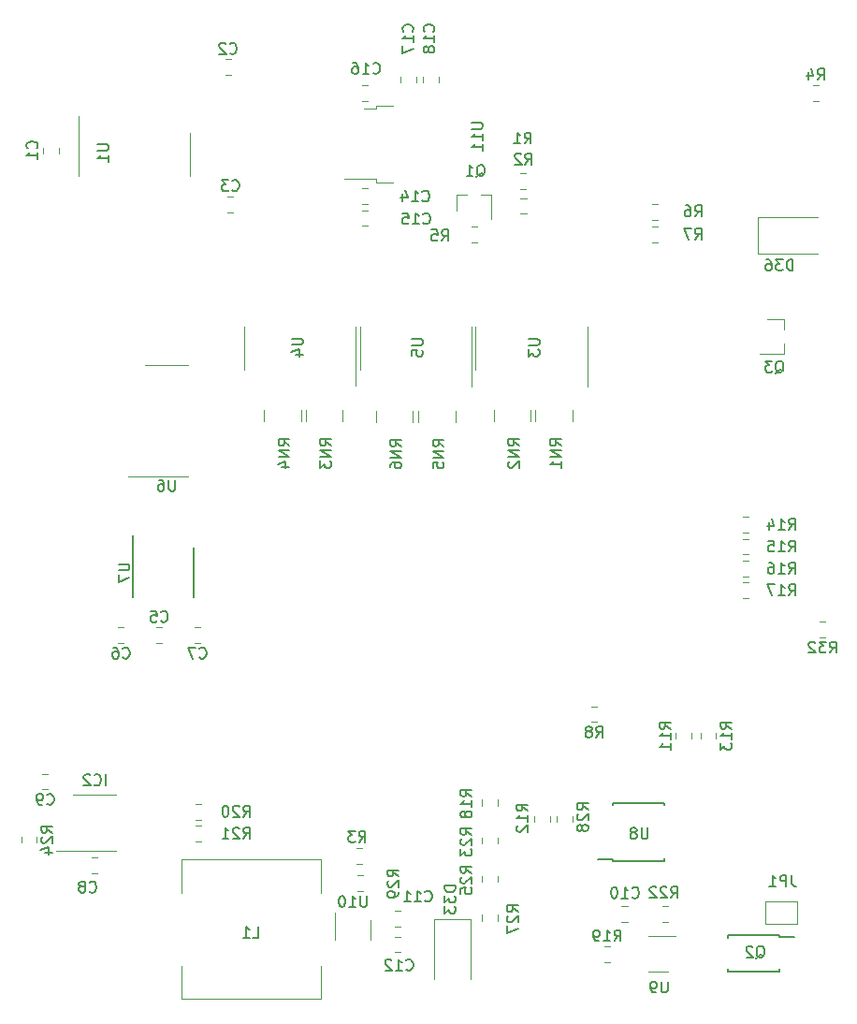
<source format=gbr>
G04 #@! TF.GenerationSoftware,KiCad,Pcbnew,(5.1.6)-1*
G04 #@! TF.CreationDate,2020-07-20T23:37:44+02:00*
G04 #@! TF.ProjectId,TrackRay_H02,54726163-6b52-4617-995f-4830322e6b69,rev?*
G04 #@! TF.SameCoordinates,Original*
G04 #@! TF.FileFunction,Legend,Bot*
G04 #@! TF.FilePolarity,Positive*
%FSLAX46Y46*%
G04 Gerber Fmt 4.6, Leading zero omitted, Abs format (unit mm)*
G04 Created by KiCad (PCBNEW (5.1.6)-1) date 2020-07-20 23:37:44*
%MOMM*%
%LPD*%
G01*
G04 APERTURE LIST*
%ADD10C,0.120000*%
%ADD11C,0.150000*%
G04 APERTURE END LIST*
D10*
X74458578Y-11610000D02*
X73941422Y-11610000D01*
X74458578Y-10190000D02*
X73941422Y-10190000D01*
D11*
X55866400Y-80224000D02*
X54516400Y-80224000D01*
X55866400Y-75099000D02*
X60516400Y-75099000D01*
X55866400Y-80349000D02*
X60516400Y-80349000D01*
X55866400Y-75099000D02*
X55866400Y-75324000D01*
X60516400Y-75099000D02*
X60516400Y-75324000D01*
X60516400Y-80349000D02*
X60516400Y-80124000D01*
X55866400Y-80349000D02*
X55866400Y-80224000D01*
D10*
X43968600Y-75340978D02*
X43968600Y-74823822D01*
X45388600Y-75340978D02*
X45388600Y-74823822D01*
X69000000Y-25450000D02*
X74400000Y-25450000D01*
X69000000Y-22150000D02*
X74400000Y-22150000D01*
X69000000Y-25450000D02*
X69000000Y-22150000D01*
X32641422Y-79190000D02*
X33158578Y-79190000D01*
X32641422Y-80610000D02*
X33158578Y-80610000D01*
X74566422Y-58715000D02*
X75083578Y-58715000D01*
X74566422Y-60135000D02*
X75083578Y-60135000D01*
X34405000Y-12320000D02*
X33305000Y-12320000D01*
X34405000Y-12050000D02*
X34405000Y-12320000D01*
X35905000Y-12050000D02*
X34405000Y-12050000D01*
X34405000Y-18680000D02*
X31575000Y-18680000D01*
X34405000Y-18950000D02*
X34405000Y-18680000D01*
X35905000Y-18950000D02*
X34405000Y-18950000D01*
X72475000Y-84025000D02*
X69675000Y-84025000D01*
X69675000Y-84025000D02*
X69675000Y-86025000D01*
X69675000Y-86025000D02*
X72475000Y-86025000D01*
X72475000Y-86025000D02*
X72475000Y-84025000D01*
X36139622Y-84888000D02*
X36656778Y-84888000D01*
X36139622Y-86308000D02*
X36656778Y-86308000D01*
X36114222Y-87199400D02*
X36631378Y-87199400D01*
X36114222Y-88619400D02*
X36631378Y-88619400D01*
X2287200Y-78693778D02*
X2287200Y-78176622D01*
X3707200Y-78693778D02*
X3707200Y-78176622D01*
X60837578Y-85876200D02*
X60320422Y-85876200D01*
X60837578Y-84456200D02*
X60320422Y-84456200D01*
X55579778Y-89508400D02*
X55062622Y-89508400D01*
X55579778Y-88088400D02*
X55062622Y-88088400D01*
X71305200Y-31353600D02*
X69845200Y-31353600D01*
X71305200Y-34513600D02*
X69145200Y-34513600D01*
X71305200Y-34513600D02*
X71305200Y-33583600D01*
X71305200Y-31353600D02*
X71305200Y-32283600D01*
X29388600Y-92837800D02*
X29388600Y-89837800D01*
X16788600Y-92837800D02*
X29388600Y-92837800D01*
X16788600Y-89837800D02*
X16788600Y-92837800D01*
X16788600Y-80237800D02*
X16788600Y-83237800D01*
X29388600Y-80237800D02*
X16788600Y-80237800D01*
X29388600Y-83237800D02*
X29388600Y-80237800D01*
X30724200Y-87488600D02*
X30724200Y-85038600D01*
X33944200Y-85688600D02*
X33944200Y-87488600D01*
X59069400Y-87137600D02*
X61519400Y-87137600D01*
X60869400Y-90357600D02*
X59069400Y-90357600D01*
D11*
X12364200Y-50879400D02*
X12364200Y-56504400D01*
X17914200Y-52004400D02*
X17914200Y-56504400D01*
D10*
X15468600Y-45598400D02*
X12018600Y-45598400D01*
X15468600Y-45598400D02*
X17418600Y-45598400D01*
X15468600Y-35478400D02*
X13518600Y-35478400D01*
X15468600Y-35478400D02*
X17418600Y-35478400D01*
X32938400Y-33959800D02*
X32938400Y-32009800D01*
X32938400Y-33959800D02*
X32938400Y-35909800D01*
X43058400Y-33959800D02*
X43058400Y-32009800D01*
X43058400Y-33959800D02*
X43058400Y-37409800D01*
X22448200Y-33948600D02*
X22448200Y-31998600D01*
X22448200Y-33948600D02*
X22448200Y-35898600D01*
X32568200Y-33948600D02*
X32568200Y-31998600D01*
X32568200Y-33948600D02*
X32568200Y-37398600D01*
X43403200Y-33959800D02*
X43403200Y-32009800D01*
X43403200Y-33959800D02*
X43403200Y-35909800D01*
X53523200Y-33959800D02*
X53523200Y-32009800D01*
X53523200Y-33959800D02*
X53523200Y-37409800D01*
X7462200Y-16433800D02*
X7462200Y-12983800D01*
X7462200Y-16433800D02*
X7462200Y-18383800D01*
X17582200Y-16433800D02*
X17582200Y-14483800D01*
X17582200Y-16433800D02*
X17582200Y-18383800D01*
X34388000Y-39632000D02*
X34388000Y-40632000D01*
X37748000Y-39632000D02*
X37748000Y-40632000D01*
X38223400Y-39632000D02*
X38223400Y-40632000D01*
X41583400Y-39632000D02*
X41583400Y-40632000D01*
X24253400Y-39581200D02*
X24253400Y-40581200D01*
X27613400Y-39581200D02*
X27613400Y-40581200D01*
X28038000Y-39581200D02*
X28038000Y-40581200D01*
X31398000Y-39581200D02*
X31398000Y-40581200D01*
X45056000Y-39581200D02*
X45056000Y-40581200D01*
X48416000Y-39581200D02*
X48416000Y-40581200D01*
X48840600Y-39581200D02*
X48840600Y-40581200D01*
X52200600Y-39581200D02*
X52200600Y-40581200D01*
X33202378Y-83082200D02*
X32685222Y-83082200D01*
X33202378Y-81662200D02*
X32685222Y-81662200D01*
X48743800Y-76791078D02*
X48743800Y-76273922D01*
X50163800Y-76791078D02*
X50163800Y-76273922D01*
X43968600Y-85756278D02*
X43968600Y-85239122D01*
X45388600Y-85756278D02*
X45388600Y-85239122D01*
X43968600Y-82249778D02*
X43968600Y-81732622D01*
X45388600Y-82249778D02*
X45388600Y-81732622D01*
X43968600Y-78795378D02*
X43968600Y-78278222D01*
X45388600Y-78795378D02*
X45388600Y-78278222D01*
X18052522Y-77166400D02*
X18569678Y-77166400D01*
X18052522Y-78586400D02*
X18569678Y-78586400D01*
X18052522Y-75210600D02*
X18569678Y-75210600D01*
X18052522Y-76630600D02*
X18569678Y-76630600D01*
X68152778Y-56590000D02*
X67635622Y-56590000D01*
X68152778Y-55170000D02*
X67635622Y-55170000D01*
X68152778Y-54608800D02*
X67635622Y-54608800D01*
X68152778Y-53188800D02*
X67635622Y-53188800D01*
X68152778Y-52627600D02*
X67635622Y-52627600D01*
X68152778Y-51207600D02*
X67635622Y-51207600D01*
X68152778Y-50646400D02*
X67635622Y-50646400D01*
X68152778Y-49226400D02*
X67635622Y-49226400D01*
X63755200Y-69298078D02*
X63755200Y-68780922D01*
X65175200Y-69298078D02*
X65175200Y-68780922D01*
X52170400Y-76273922D02*
X52170400Y-76791078D01*
X50750400Y-76273922D02*
X50750400Y-76791078D01*
X62965400Y-68778622D02*
X62965400Y-69295778D01*
X61545400Y-68778622D02*
X61545400Y-69295778D01*
X53896522Y-66371400D02*
X54413678Y-66371400D01*
X53896522Y-67791400D02*
X54413678Y-67791400D01*
X59903978Y-24378000D02*
X59386822Y-24378000D01*
X59903978Y-22958000D02*
X59386822Y-22958000D01*
X59903978Y-22371400D02*
X59386822Y-22371400D01*
X59903978Y-20951400D02*
X59386822Y-20951400D01*
X43025322Y-22988200D02*
X43542478Y-22988200D01*
X43025322Y-24408200D02*
X43542478Y-24408200D01*
X48010578Y-21817400D02*
X47493422Y-21817400D01*
X48010578Y-20397400D02*
X47493422Y-20397400D01*
X47972478Y-19569500D02*
X47455322Y-19569500D01*
X47972478Y-18149500D02*
X47455322Y-18149500D01*
D11*
X70905000Y-87197200D02*
X72255000Y-87197200D01*
X70905000Y-90347200D02*
X66255000Y-90347200D01*
X70905000Y-87097200D02*
X66255000Y-87097200D01*
X70905000Y-90347200D02*
X70905000Y-90147200D01*
X66255000Y-90347200D02*
X66255000Y-90147200D01*
X66255000Y-87097200D02*
X66255000Y-87297200D01*
X70905000Y-87097200D02*
X70905000Y-87197200D01*
D10*
X41701600Y-20093400D02*
X41701600Y-21553400D01*
X44861600Y-20093400D02*
X44861600Y-22253400D01*
X44861600Y-20093400D02*
X43931600Y-20093400D01*
X41701600Y-20093400D02*
X42631600Y-20093400D01*
X8940800Y-79471200D02*
X5490800Y-79471200D01*
X8940800Y-79471200D02*
X10890800Y-79471200D01*
X8940800Y-74351200D02*
X6990800Y-74351200D01*
X8940800Y-74351200D02*
X10890800Y-74351200D01*
X39650000Y-85600000D02*
X39650000Y-91000000D01*
X42950000Y-85600000D02*
X42950000Y-91000000D01*
X39650000Y-85600000D02*
X42950000Y-85600000D01*
X40054600Y-9444222D02*
X40054600Y-9961378D01*
X38634600Y-9444222D02*
X38634600Y-9961378D01*
X38048000Y-9444222D02*
X38048000Y-9961378D01*
X36628000Y-9444222D02*
X36628000Y-9961378D01*
X33142422Y-10186600D02*
X33659578Y-10186600D01*
X33142422Y-11606600D02*
X33659578Y-11606600D01*
X33142422Y-21489600D02*
X33659578Y-21489600D01*
X33142422Y-22909600D02*
X33659578Y-22909600D01*
X33142422Y-19483000D02*
X33659578Y-19483000D01*
X33142422Y-20903000D02*
X33659578Y-20903000D01*
X56637422Y-84456200D02*
X57154578Y-84456200D01*
X56637422Y-85876200D02*
X57154578Y-85876200D01*
X4211822Y-72467400D02*
X4728978Y-72467400D01*
X4211822Y-73887400D02*
X4728978Y-73887400D01*
X9173978Y-81456600D02*
X8656822Y-81456600D01*
X9173978Y-80036600D02*
X8656822Y-80036600D01*
X18006322Y-59234000D02*
X18523478Y-59234000D01*
X18006322Y-60654000D02*
X18523478Y-60654000D01*
X11069822Y-59234000D02*
X11586978Y-59234000D01*
X11069822Y-60654000D02*
X11586978Y-60654000D01*
X15041378Y-60654000D02*
X14524222Y-60654000D01*
X15041378Y-59234000D02*
X14524222Y-59234000D01*
X21492978Y-21665000D02*
X20975822Y-21665000D01*
X21492978Y-20245000D02*
X20975822Y-20245000D01*
X21264378Y-9269800D02*
X20747222Y-9269800D01*
X21264378Y-7849800D02*
X20747222Y-7849800D01*
X4315000Y-16333578D02*
X4315000Y-15816422D01*
X5735000Y-16333578D02*
X5735000Y-15816422D01*
D11*
X74366666Y-9702380D02*
X74700000Y-9226190D01*
X74938095Y-9702380D02*
X74938095Y-8702380D01*
X74557142Y-8702380D01*
X74461904Y-8750000D01*
X74414285Y-8797619D01*
X74366666Y-8892857D01*
X74366666Y-9035714D01*
X74414285Y-9130952D01*
X74461904Y-9178571D01*
X74557142Y-9226190D01*
X74938095Y-9226190D01*
X73509523Y-9035714D02*
X73509523Y-9702380D01*
X73747619Y-8654761D02*
X73985714Y-9369047D01*
X73366666Y-9369047D01*
X59004104Y-77354180D02*
X59004104Y-78163704D01*
X58956485Y-78258942D01*
X58908866Y-78306561D01*
X58813628Y-78354180D01*
X58623152Y-78354180D01*
X58527914Y-78306561D01*
X58480295Y-78258942D01*
X58432676Y-78163704D01*
X58432676Y-77354180D01*
X57813628Y-77782752D02*
X57908866Y-77735133D01*
X57956485Y-77687514D01*
X58004104Y-77592276D01*
X58004104Y-77544657D01*
X57956485Y-77449419D01*
X57908866Y-77401800D01*
X57813628Y-77354180D01*
X57623152Y-77354180D01*
X57527914Y-77401800D01*
X57480295Y-77449419D01*
X57432676Y-77544657D01*
X57432676Y-77592276D01*
X57480295Y-77687514D01*
X57527914Y-77735133D01*
X57623152Y-77782752D01*
X57813628Y-77782752D01*
X57908866Y-77830371D01*
X57956485Y-77877990D01*
X58004104Y-77973228D01*
X58004104Y-78163704D01*
X57956485Y-78258942D01*
X57908866Y-78306561D01*
X57813628Y-78354180D01*
X57623152Y-78354180D01*
X57527914Y-78306561D01*
X57480295Y-78258942D01*
X57432676Y-78163704D01*
X57432676Y-77973228D01*
X57480295Y-77877990D01*
X57527914Y-77830371D01*
X57623152Y-77782752D01*
X43059880Y-74528442D02*
X42583690Y-74195109D01*
X43059880Y-73957014D02*
X42059880Y-73957014D01*
X42059880Y-74337966D01*
X42107500Y-74433204D01*
X42155119Y-74480823D01*
X42250357Y-74528442D01*
X42393214Y-74528442D01*
X42488452Y-74480823D01*
X42536071Y-74433204D01*
X42583690Y-74337966D01*
X42583690Y-73957014D01*
X43059880Y-75480823D02*
X43059880Y-74909395D01*
X43059880Y-75195109D02*
X42059880Y-75195109D01*
X42202738Y-75099871D01*
X42297976Y-75004633D01*
X42345595Y-74909395D01*
X42488452Y-76052252D02*
X42440833Y-75957014D01*
X42393214Y-75909395D01*
X42297976Y-75861776D01*
X42250357Y-75861776D01*
X42155119Y-75909395D01*
X42107500Y-75957014D01*
X42059880Y-76052252D01*
X42059880Y-76242728D01*
X42107500Y-76337966D01*
X42155119Y-76385585D01*
X42250357Y-76433204D01*
X42297976Y-76433204D01*
X42393214Y-76385585D01*
X42440833Y-76337966D01*
X42488452Y-76242728D01*
X42488452Y-76052252D01*
X42536071Y-75957014D01*
X42583690Y-75909395D01*
X42678928Y-75861776D01*
X42869404Y-75861776D01*
X42964642Y-75909395D01*
X43012261Y-75957014D01*
X43059880Y-76052252D01*
X43059880Y-76242728D01*
X43012261Y-76337966D01*
X42964642Y-76385585D01*
X42869404Y-76433204D01*
X42678928Y-76433204D01*
X42583690Y-76385585D01*
X42536071Y-76337966D01*
X42488452Y-76242728D01*
X72114285Y-26952380D02*
X72114285Y-25952380D01*
X71876190Y-25952380D01*
X71733333Y-26000000D01*
X71638095Y-26095238D01*
X71590476Y-26190476D01*
X71542857Y-26380952D01*
X71542857Y-26523809D01*
X71590476Y-26714285D01*
X71638095Y-26809523D01*
X71733333Y-26904761D01*
X71876190Y-26952380D01*
X72114285Y-26952380D01*
X71209523Y-25952380D02*
X70590476Y-25952380D01*
X70923809Y-26333333D01*
X70780952Y-26333333D01*
X70685714Y-26380952D01*
X70638095Y-26428571D01*
X70590476Y-26523809D01*
X70590476Y-26761904D01*
X70638095Y-26857142D01*
X70685714Y-26904761D01*
X70780952Y-26952380D01*
X71066666Y-26952380D01*
X71161904Y-26904761D01*
X71209523Y-26857142D01*
X69733333Y-25952380D02*
X69923809Y-25952380D01*
X70019047Y-26000000D01*
X70066666Y-26047619D01*
X70161904Y-26190476D01*
X70209523Y-26380952D01*
X70209523Y-26761904D01*
X70161904Y-26857142D01*
X70114285Y-26904761D01*
X70019047Y-26952380D01*
X69828571Y-26952380D01*
X69733333Y-26904761D01*
X69685714Y-26857142D01*
X69638095Y-26761904D01*
X69638095Y-26523809D01*
X69685714Y-26428571D01*
X69733333Y-26380952D01*
X69828571Y-26333333D01*
X70019047Y-26333333D01*
X70114285Y-26380952D01*
X70161904Y-26428571D01*
X70209523Y-26523809D01*
X32866666Y-78652380D02*
X33200000Y-78176190D01*
X33438095Y-78652380D02*
X33438095Y-77652380D01*
X33057142Y-77652380D01*
X32961904Y-77700000D01*
X32914285Y-77747619D01*
X32866666Y-77842857D01*
X32866666Y-77985714D01*
X32914285Y-78080952D01*
X32961904Y-78128571D01*
X33057142Y-78176190D01*
X33438095Y-78176190D01*
X32533333Y-77652380D02*
X31914285Y-77652380D01*
X32247619Y-78033333D01*
X32104761Y-78033333D01*
X32009523Y-78080952D01*
X31961904Y-78128571D01*
X31914285Y-78223809D01*
X31914285Y-78461904D01*
X31961904Y-78557142D01*
X32009523Y-78604761D01*
X32104761Y-78652380D01*
X32390476Y-78652380D01*
X32485714Y-78604761D01*
X32533333Y-78557142D01*
X75467857Y-61527380D02*
X75801190Y-61051190D01*
X76039285Y-61527380D02*
X76039285Y-60527380D01*
X75658333Y-60527380D01*
X75563095Y-60575000D01*
X75515476Y-60622619D01*
X75467857Y-60717857D01*
X75467857Y-60860714D01*
X75515476Y-60955952D01*
X75563095Y-61003571D01*
X75658333Y-61051190D01*
X76039285Y-61051190D01*
X75134523Y-60527380D02*
X74515476Y-60527380D01*
X74848809Y-60908333D01*
X74705952Y-60908333D01*
X74610714Y-60955952D01*
X74563095Y-61003571D01*
X74515476Y-61098809D01*
X74515476Y-61336904D01*
X74563095Y-61432142D01*
X74610714Y-61479761D01*
X74705952Y-61527380D01*
X74991666Y-61527380D01*
X75086904Y-61479761D01*
X75134523Y-61432142D01*
X74134523Y-60622619D02*
X74086904Y-60575000D01*
X73991666Y-60527380D01*
X73753571Y-60527380D01*
X73658333Y-60575000D01*
X73610714Y-60622619D01*
X73563095Y-60717857D01*
X73563095Y-60813095D01*
X73610714Y-60955952D01*
X74182142Y-61527380D01*
X73563095Y-61527380D01*
X43064180Y-13570104D02*
X43873704Y-13570104D01*
X43968942Y-13617723D01*
X44016561Y-13665342D01*
X44064180Y-13760580D01*
X44064180Y-13951057D01*
X44016561Y-14046295D01*
X43968942Y-14093914D01*
X43873704Y-14141533D01*
X43064180Y-14141533D01*
X44064180Y-15141533D02*
X44064180Y-14570104D01*
X44064180Y-14855819D02*
X43064180Y-14855819D01*
X43207038Y-14760580D01*
X43302276Y-14665342D01*
X43349895Y-14570104D01*
X44064180Y-16093914D02*
X44064180Y-15522485D01*
X44064180Y-15808200D02*
X43064180Y-15808200D01*
X43207038Y-15712961D01*
X43302276Y-15617723D01*
X43349895Y-15522485D01*
X72008333Y-81652380D02*
X72008333Y-82366666D01*
X72055952Y-82509523D01*
X72151190Y-82604761D01*
X72294047Y-82652380D01*
X72389285Y-82652380D01*
X71532142Y-82652380D02*
X71532142Y-81652380D01*
X71151190Y-81652380D01*
X71055952Y-81700000D01*
X71008333Y-81747619D01*
X70960714Y-81842857D01*
X70960714Y-81985714D01*
X71008333Y-82080952D01*
X71055952Y-82128571D01*
X71151190Y-82176190D01*
X71532142Y-82176190D01*
X70008333Y-82652380D02*
X70579761Y-82652380D01*
X70294047Y-82652380D02*
X70294047Y-81652380D01*
X70389285Y-81795238D01*
X70484523Y-81890476D01*
X70579761Y-81938095D01*
X38842857Y-83957142D02*
X38890476Y-84004761D01*
X39033333Y-84052380D01*
X39128571Y-84052380D01*
X39271428Y-84004761D01*
X39366666Y-83909523D01*
X39414285Y-83814285D01*
X39461904Y-83623809D01*
X39461904Y-83480952D01*
X39414285Y-83290476D01*
X39366666Y-83195238D01*
X39271428Y-83100000D01*
X39128571Y-83052380D01*
X39033333Y-83052380D01*
X38890476Y-83100000D01*
X38842857Y-83147619D01*
X37890476Y-84052380D02*
X38461904Y-84052380D01*
X38176190Y-84052380D02*
X38176190Y-83052380D01*
X38271428Y-83195238D01*
X38366666Y-83290476D01*
X38461904Y-83338095D01*
X36938095Y-84052380D02*
X37509523Y-84052380D01*
X37223809Y-84052380D02*
X37223809Y-83052380D01*
X37319047Y-83195238D01*
X37414285Y-83290476D01*
X37509523Y-83338095D01*
X37142857Y-90157142D02*
X37190476Y-90204761D01*
X37333333Y-90252380D01*
X37428571Y-90252380D01*
X37571428Y-90204761D01*
X37666666Y-90109523D01*
X37714285Y-90014285D01*
X37761904Y-89823809D01*
X37761904Y-89680952D01*
X37714285Y-89490476D01*
X37666666Y-89395238D01*
X37571428Y-89300000D01*
X37428571Y-89252380D01*
X37333333Y-89252380D01*
X37190476Y-89300000D01*
X37142857Y-89347619D01*
X36190476Y-90252380D02*
X36761904Y-90252380D01*
X36476190Y-90252380D02*
X36476190Y-89252380D01*
X36571428Y-89395238D01*
X36666666Y-89490476D01*
X36761904Y-89538095D01*
X35809523Y-89347619D02*
X35761904Y-89300000D01*
X35666666Y-89252380D01*
X35428571Y-89252380D01*
X35333333Y-89300000D01*
X35285714Y-89347619D01*
X35238095Y-89442857D01*
X35238095Y-89538095D01*
X35285714Y-89680952D01*
X35857142Y-90252380D01*
X35238095Y-90252380D01*
X5099580Y-77792342D02*
X4623390Y-77459009D01*
X5099580Y-77220914D02*
X4099580Y-77220914D01*
X4099580Y-77601866D01*
X4147200Y-77697104D01*
X4194819Y-77744723D01*
X4290057Y-77792342D01*
X4432914Y-77792342D01*
X4528152Y-77744723D01*
X4575771Y-77697104D01*
X4623390Y-77601866D01*
X4623390Y-77220914D01*
X4194819Y-78173295D02*
X4147200Y-78220914D01*
X4099580Y-78316152D01*
X4099580Y-78554247D01*
X4147200Y-78649485D01*
X4194819Y-78697104D01*
X4290057Y-78744723D01*
X4385295Y-78744723D01*
X4528152Y-78697104D01*
X5099580Y-78125676D01*
X5099580Y-78744723D01*
X4432914Y-79601866D02*
X5099580Y-79601866D01*
X4051961Y-79363771D02*
X4766247Y-79125676D01*
X4766247Y-79744723D01*
X61082157Y-83688180D02*
X61415490Y-83211990D01*
X61653585Y-83688180D02*
X61653585Y-82688180D01*
X61272633Y-82688180D01*
X61177395Y-82735800D01*
X61129776Y-82783419D01*
X61082157Y-82878657D01*
X61082157Y-83021514D01*
X61129776Y-83116752D01*
X61177395Y-83164371D01*
X61272633Y-83211990D01*
X61653585Y-83211990D01*
X60701204Y-82783419D02*
X60653585Y-82735800D01*
X60558347Y-82688180D01*
X60320252Y-82688180D01*
X60225014Y-82735800D01*
X60177395Y-82783419D01*
X60129776Y-82878657D01*
X60129776Y-82973895D01*
X60177395Y-83116752D01*
X60748823Y-83688180D01*
X60129776Y-83688180D01*
X59748823Y-82783419D02*
X59701204Y-82735800D01*
X59605966Y-82688180D01*
X59367871Y-82688180D01*
X59272633Y-82735800D01*
X59225014Y-82783419D01*
X59177395Y-82878657D01*
X59177395Y-82973895D01*
X59225014Y-83116752D01*
X59796442Y-83688180D01*
X59177395Y-83688180D01*
X55964057Y-87600780D02*
X56297390Y-87124590D01*
X56535485Y-87600780D02*
X56535485Y-86600780D01*
X56154533Y-86600780D01*
X56059295Y-86648400D01*
X56011676Y-86696019D01*
X55964057Y-86791257D01*
X55964057Y-86934114D01*
X56011676Y-87029352D01*
X56059295Y-87076971D01*
X56154533Y-87124590D01*
X56535485Y-87124590D01*
X55011676Y-87600780D02*
X55583104Y-87600780D01*
X55297390Y-87600780D02*
X55297390Y-86600780D01*
X55392628Y-86743638D01*
X55487866Y-86838876D01*
X55583104Y-86886495D01*
X54535485Y-87600780D02*
X54345009Y-87600780D01*
X54249771Y-87553161D01*
X54202152Y-87505542D01*
X54106914Y-87362685D01*
X54059295Y-87172209D01*
X54059295Y-86791257D01*
X54106914Y-86696019D01*
X54154533Y-86648400D01*
X54249771Y-86600780D01*
X54440247Y-86600780D01*
X54535485Y-86648400D01*
X54583104Y-86696019D01*
X54630723Y-86791257D01*
X54630723Y-87029352D01*
X54583104Y-87124590D01*
X54535485Y-87172209D01*
X54440247Y-87219828D01*
X54249771Y-87219828D01*
X54154533Y-87172209D01*
X54106914Y-87124590D01*
X54059295Y-87029352D01*
X70542138Y-36234619D02*
X70637376Y-36187000D01*
X70732614Y-36091761D01*
X70875471Y-35948904D01*
X70970709Y-35901285D01*
X71065947Y-35901285D01*
X71018328Y-36139380D02*
X71113566Y-36091761D01*
X71208804Y-35996523D01*
X71256423Y-35806047D01*
X71256423Y-35472714D01*
X71208804Y-35282238D01*
X71113566Y-35187000D01*
X71018328Y-35139380D01*
X70827852Y-35139380D01*
X70732614Y-35187000D01*
X70637376Y-35282238D01*
X70589757Y-35472714D01*
X70589757Y-35806047D01*
X70637376Y-35996523D01*
X70732614Y-36091761D01*
X70827852Y-36139380D01*
X71018328Y-36139380D01*
X70256423Y-35139380D02*
X69637376Y-35139380D01*
X69970709Y-35520333D01*
X69827852Y-35520333D01*
X69732614Y-35567952D01*
X69684995Y-35615571D01*
X69637376Y-35710809D01*
X69637376Y-35948904D01*
X69684995Y-36044142D01*
X69732614Y-36091761D01*
X69827852Y-36139380D01*
X70113566Y-36139380D01*
X70208804Y-36091761D01*
X70256423Y-36044142D01*
X23255266Y-87294980D02*
X23731457Y-87294980D01*
X23731457Y-86294980D01*
X22398123Y-87294980D02*
X22969552Y-87294980D01*
X22683838Y-87294980D02*
X22683838Y-86294980D01*
X22779076Y-86437838D01*
X22874314Y-86533076D01*
X22969552Y-86580695D01*
X33572295Y-83513680D02*
X33572295Y-84323204D01*
X33524676Y-84418442D01*
X33477057Y-84466061D01*
X33381819Y-84513680D01*
X33191342Y-84513680D01*
X33096104Y-84466061D01*
X33048485Y-84418442D01*
X33000866Y-84323204D01*
X33000866Y-83513680D01*
X32000866Y-84513680D02*
X32572295Y-84513680D01*
X32286580Y-84513680D02*
X32286580Y-83513680D01*
X32381819Y-83656538D01*
X32477057Y-83751776D01*
X32572295Y-83799395D01*
X31381819Y-83513680D02*
X31286580Y-83513680D01*
X31191342Y-83561300D01*
X31143723Y-83608919D01*
X31096104Y-83704157D01*
X31048485Y-83894633D01*
X31048485Y-84132728D01*
X31096104Y-84323204D01*
X31143723Y-84418442D01*
X31191342Y-84466061D01*
X31286580Y-84513680D01*
X31381819Y-84513680D01*
X31477057Y-84466061D01*
X31524676Y-84418442D01*
X31572295Y-84323204D01*
X31619914Y-84132728D01*
X31619914Y-83894633D01*
X31572295Y-83704157D01*
X31524676Y-83608919D01*
X31477057Y-83561300D01*
X31381819Y-83513680D01*
X60794804Y-91260680D02*
X60794804Y-92070204D01*
X60747185Y-92165442D01*
X60699566Y-92213061D01*
X60604328Y-92260680D01*
X60413852Y-92260680D01*
X60318614Y-92213061D01*
X60270995Y-92165442D01*
X60223376Y-92070204D01*
X60223376Y-91260680D01*
X59699566Y-92260680D02*
X59509090Y-92260680D01*
X59413852Y-92213061D01*
X59366233Y-92165442D01*
X59270995Y-92022585D01*
X59223376Y-91832109D01*
X59223376Y-91451157D01*
X59270995Y-91355919D01*
X59318614Y-91308300D01*
X59413852Y-91260680D01*
X59604328Y-91260680D01*
X59699566Y-91308300D01*
X59747185Y-91355919D01*
X59794804Y-91451157D01*
X59794804Y-91689252D01*
X59747185Y-91784490D01*
X59699566Y-91832109D01*
X59604328Y-91879728D01*
X59413852Y-91879728D01*
X59318614Y-91832109D01*
X59270995Y-91784490D01*
X59223376Y-91689252D01*
X11091580Y-53492495D02*
X11901104Y-53492495D01*
X11996342Y-53540114D01*
X12043961Y-53587733D01*
X12091580Y-53682971D01*
X12091580Y-53873447D01*
X12043961Y-53968685D01*
X11996342Y-54016304D01*
X11901104Y-54063923D01*
X11091580Y-54063923D01*
X11091580Y-54444876D02*
X11091580Y-55111542D01*
X12091580Y-54682971D01*
X16230504Y-45890780D02*
X16230504Y-46700304D01*
X16182885Y-46795542D01*
X16135266Y-46843161D01*
X16040028Y-46890780D01*
X15849552Y-46890780D01*
X15754314Y-46843161D01*
X15706695Y-46795542D01*
X15659076Y-46700304D01*
X15659076Y-45890780D01*
X14754314Y-45890780D02*
X14944790Y-45890780D01*
X15040028Y-45938400D01*
X15087647Y-45986019D01*
X15182885Y-46128876D01*
X15230504Y-46319352D01*
X15230504Y-46700304D01*
X15182885Y-46795542D01*
X15135266Y-46843161D01*
X15040028Y-46890780D01*
X14849552Y-46890780D01*
X14754314Y-46843161D01*
X14706695Y-46795542D01*
X14659076Y-46700304D01*
X14659076Y-46462209D01*
X14706695Y-46366971D01*
X14754314Y-46319352D01*
X14849552Y-46271733D01*
X15040028Y-46271733D01*
X15135266Y-46319352D01*
X15182885Y-46366971D01*
X15230504Y-46462209D01*
X37641280Y-33134395D02*
X38450804Y-33134395D01*
X38546042Y-33182014D01*
X38593661Y-33229633D01*
X38641280Y-33324871D01*
X38641280Y-33515347D01*
X38593661Y-33610585D01*
X38546042Y-33658204D01*
X38450804Y-33705823D01*
X37641280Y-33705823D01*
X37641280Y-34658204D02*
X37641280Y-34182014D01*
X38117471Y-34134395D01*
X38069852Y-34182014D01*
X38022233Y-34277252D01*
X38022233Y-34515347D01*
X38069852Y-34610585D01*
X38117471Y-34658204D01*
X38212709Y-34705823D01*
X38450804Y-34705823D01*
X38546042Y-34658204D01*
X38593661Y-34610585D01*
X38641280Y-34515347D01*
X38641280Y-34277252D01*
X38593661Y-34182014D01*
X38546042Y-34134395D01*
X26770080Y-33096295D02*
X27579604Y-33096295D01*
X27674842Y-33143914D01*
X27722461Y-33191533D01*
X27770080Y-33286771D01*
X27770080Y-33477247D01*
X27722461Y-33572485D01*
X27674842Y-33620104D01*
X27579604Y-33667723D01*
X26770080Y-33667723D01*
X27103414Y-34572485D02*
X27770080Y-34572485D01*
X26722461Y-34334390D02*
X27436747Y-34096295D01*
X27436747Y-34715342D01*
X48194980Y-33134395D02*
X49004504Y-33134395D01*
X49099742Y-33182014D01*
X49147361Y-33229633D01*
X49194980Y-33324871D01*
X49194980Y-33515347D01*
X49147361Y-33610585D01*
X49099742Y-33658204D01*
X49004504Y-33705823D01*
X48194980Y-33705823D01*
X48194980Y-34086776D02*
X48194980Y-34705823D01*
X48575933Y-34372490D01*
X48575933Y-34515347D01*
X48623552Y-34610585D01*
X48671171Y-34658204D01*
X48766409Y-34705823D01*
X49004504Y-34705823D01*
X49099742Y-34658204D01*
X49147361Y-34610585D01*
X49194980Y-34515347D01*
X49194980Y-34229633D01*
X49147361Y-34134395D01*
X49099742Y-34086776D01*
X9205980Y-15519495D02*
X10015504Y-15519495D01*
X10110742Y-15567114D01*
X10158361Y-15614733D01*
X10205980Y-15709971D01*
X10205980Y-15900447D01*
X10158361Y-15995685D01*
X10110742Y-16043304D01*
X10015504Y-16090923D01*
X9205980Y-16090923D01*
X10205980Y-17090923D02*
X10205980Y-16519495D01*
X10205980Y-16805209D02*
X9205980Y-16805209D01*
X9348838Y-16709971D01*
X9444076Y-16614733D01*
X9491695Y-16519495D01*
X36704180Y-42845123D02*
X36227990Y-42511790D01*
X36704180Y-42273695D02*
X35704180Y-42273695D01*
X35704180Y-42654647D01*
X35751800Y-42749885D01*
X35799419Y-42797504D01*
X35894657Y-42845123D01*
X36037514Y-42845123D01*
X36132752Y-42797504D01*
X36180371Y-42749885D01*
X36227990Y-42654647D01*
X36227990Y-42273695D01*
X36704180Y-43273695D02*
X35704180Y-43273695D01*
X36704180Y-43845123D01*
X35704180Y-43845123D01*
X35704180Y-44749885D02*
X35704180Y-44559409D01*
X35751800Y-44464171D01*
X35799419Y-44416552D01*
X35942276Y-44321314D01*
X36132752Y-44273695D01*
X36513704Y-44273695D01*
X36608942Y-44321314D01*
X36656561Y-44368933D01*
X36704180Y-44464171D01*
X36704180Y-44654647D01*
X36656561Y-44749885D01*
X36608942Y-44797504D01*
X36513704Y-44845123D01*
X36275609Y-44845123D01*
X36180371Y-44797504D01*
X36132752Y-44749885D01*
X36085133Y-44654647D01*
X36085133Y-44464171D01*
X36132752Y-44368933D01*
X36180371Y-44321314D01*
X36275609Y-44273695D01*
X40539580Y-42845123D02*
X40063390Y-42511790D01*
X40539580Y-42273695D02*
X39539580Y-42273695D01*
X39539580Y-42654647D01*
X39587200Y-42749885D01*
X39634819Y-42797504D01*
X39730057Y-42845123D01*
X39872914Y-42845123D01*
X39968152Y-42797504D01*
X40015771Y-42749885D01*
X40063390Y-42654647D01*
X40063390Y-42273695D01*
X40539580Y-43273695D02*
X39539580Y-43273695D01*
X40539580Y-43845123D01*
X39539580Y-43845123D01*
X39539580Y-44797504D02*
X39539580Y-44321314D01*
X40015771Y-44273695D01*
X39968152Y-44321314D01*
X39920533Y-44416552D01*
X39920533Y-44654647D01*
X39968152Y-44749885D01*
X40015771Y-44797504D01*
X40111009Y-44845123D01*
X40349104Y-44845123D01*
X40444342Y-44797504D01*
X40491961Y-44749885D01*
X40539580Y-44654647D01*
X40539580Y-44416552D01*
X40491961Y-44321314D01*
X40444342Y-44273695D01*
X26569580Y-42794323D02*
X26093390Y-42460990D01*
X26569580Y-42222895D02*
X25569580Y-42222895D01*
X25569580Y-42603847D01*
X25617200Y-42699085D01*
X25664819Y-42746704D01*
X25760057Y-42794323D01*
X25902914Y-42794323D01*
X25998152Y-42746704D01*
X26045771Y-42699085D01*
X26093390Y-42603847D01*
X26093390Y-42222895D01*
X26569580Y-43222895D02*
X25569580Y-43222895D01*
X26569580Y-43794323D01*
X25569580Y-43794323D01*
X25902914Y-44699085D02*
X26569580Y-44699085D01*
X25521961Y-44460990D02*
X26236247Y-44222895D01*
X26236247Y-44841942D01*
X30354180Y-42794323D02*
X29877990Y-42460990D01*
X30354180Y-42222895D02*
X29354180Y-42222895D01*
X29354180Y-42603847D01*
X29401800Y-42699085D01*
X29449419Y-42746704D01*
X29544657Y-42794323D01*
X29687514Y-42794323D01*
X29782752Y-42746704D01*
X29830371Y-42699085D01*
X29877990Y-42603847D01*
X29877990Y-42222895D01*
X30354180Y-43222895D02*
X29354180Y-43222895D01*
X30354180Y-43794323D01*
X29354180Y-43794323D01*
X29354180Y-44175276D02*
X29354180Y-44794323D01*
X29735133Y-44460990D01*
X29735133Y-44603847D01*
X29782752Y-44699085D01*
X29830371Y-44746704D01*
X29925609Y-44794323D01*
X30163704Y-44794323D01*
X30258942Y-44746704D01*
X30306561Y-44699085D01*
X30354180Y-44603847D01*
X30354180Y-44318133D01*
X30306561Y-44222895D01*
X30258942Y-44175276D01*
X47372180Y-42794323D02*
X46895990Y-42460990D01*
X47372180Y-42222895D02*
X46372180Y-42222895D01*
X46372180Y-42603847D01*
X46419800Y-42699085D01*
X46467419Y-42746704D01*
X46562657Y-42794323D01*
X46705514Y-42794323D01*
X46800752Y-42746704D01*
X46848371Y-42699085D01*
X46895990Y-42603847D01*
X46895990Y-42222895D01*
X47372180Y-43222895D02*
X46372180Y-43222895D01*
X47372180Y-43794323D01*
X46372180Y-43794323D01*
X46467419Y-44222895D02*
X46419800Y-44270514D01*
X46372180Y-44365752D01*
X46372180Y-44603847D01*
X46419800Y-44699085D01*
X46467419Y-44746704D01*
X46562657Y-44794323D01*
X46657895Y-44794323D01*
X46800752Y-44746704D01*
X47372180Y-44175276D01*
X47372180Y-44794323D01*
X51156780Y-42794323D02*
X50680590Y-42460990D01*
X51156780Y-42222895D02*
X50156780Y-42222895D01*
X50156780Y-42603847D01*
X50204400Y-42699085D01*
X50252019Y-42746704D01*
X50347257Y-42794323D01*
X50490114Y-42794323D01*
X50585352Y-42746704D01*
X50632971Y-42699085D01*
X50680590Y-42603847D01*
X50680590Y-42222895D01*
X51156780Y-43222895D02*
X50156780Y-43222895D01*
X51156780Y-43794323D01*
X50156780Y-43794323D01*
X51156780Y-44794323D02*
X51156780Y-44222895D01*
X51156780Y-44508609D02*
X50156780Y-44508609D01*
X50299638Y-44413371D01*
X50394876Y-44318133D01*
X50442495Y-44222895D01*
X36452380Y-81757142D02*
X35976190Y-81423809D01*
X36452380Y-81185714D02*
X35452380Y-81185714D01*
X35452380Y-81566666D01*
X35500000Y-81661904D01*
X35547619Y-81709523D01*
X35642857Y-81757142D01*
X35785714Y-81757142D01*
X35880952Y-81709523D01*
X35928571Y-81661904D01*
X35976190Y-81566666D01*
X35976190Y-81185714D01*
X35547619Y-82138095D02*
X35500000Y-82185714D01*
X35452380Y-82280952D01*
X35452380Y-82519047D01*
X35500000Y-82614285D01*
X35547619Y-82661904D01*
X35642857Y-82709523D01*
X35738095Y-82709523D01*
X35880952Y-82661904D01*
X36452380Y-82090476D01*
X36452380Y-82709523D01*
X36452380Y-83185714D02*
X36452380Y-83376190D01*
X36404761Y-83471428D01*
X36357142Y-83519047D01*
X36214285Y-83614285D01*
X36023809Y-83661904D01*
X35642857Y-83661904D01*
X35547619Y-83614285D01*
X35500000Y-83566666D01*
X35452380Y-83471428D01*
X35452380Y-83280952D01*
X35500000Y-83185714D01*
X35547619Y-83138095D01*
X35642857Y-83090476D01*
X35880952Y-83090476D01*
X35976190Y-83138095D01*
X36023809Y-83185714D01*
X36071428Y-83280952D01*
X36071428Y-83471428D01*
X36023809Y-83566666D01*
X35976190Y-83614285D01*
X35880952Y-83661904D01*
X53601880Y-75734942D02*
X53125690Y-75401609D01*
X53601880Y-75163514D02*
X52601880Y-75163514D01*
X52601880Y-75544466D01*
X52649500Y-75639704D01*
X52697119Y-75687323D01*
X52792357Y-75734942D01*
X52935214Y-75734942D01*
X53030452Y-75687323D01*
X53078071Y-75639704D01*
X53125690Y-75544466D01*
X53125690Y-75163514D01*
X52697119Y-76115895D02*
X52649500Y-76163514D01*
X52601880Y-76258752D01*
X52601880Y-76496847D01*
X52649500Y-76592085D01*
X52697119Y-76639704D01*
X52792357Y-76687323D01*
X52887595Y-76687323D01*
X53030452Y-76639704D01*
X53601880Y-76068276D01*
X53601880Y-76687323D01*
X53030452Y-77258752D02*
X52982833Y-77163514D01*
X52935214Y-77115895D01*
X52839976Y-77068276D01*
X52792357Y-77068276D01*
X52697119Y-77115895D01*
X52649500Y-77163514D01*
X52601880Y-77258752D01*
X52601880Y-77449228D01*
X52649500Y-77544466D01*
X52697119Y-77592085D01*
X52792357Y-77639704D01*
X52839976Y-77639704D01*
X52935214Y-77592085D01*
X52982833Y-77544466D01*
X53030452Y-77449228D01*
X53030452Y-77258752D01*
X53078071Y-77163514D01*
X53125690Y-77115895D01*
X53220928Y-77068276D01*
X53411404Y-77068276D01*
X53506642Y-77115895D01*
X53554261Y-77163514D01*
X53601880Y-77258752D01*
X53601880Y-77449228D01*
X53554261Y-77544466D01*
X53506642Y-77592085D01*
X53411404Y-77639704D01*
X53220928Y-77639704D01*
X53125690Y-77592085D01*
X53078071Y-77544466D01*
X53030452Y-77449228D01*
X47252380Y-84957142D02*
X46776190Y-84623809D01*
X47252380Y-84385714D02*
X46252380Y-84385714D01*
X46252380Y-84766666D01*
X46300000Y-84861904D01*
X46347619Y-84909523D01*
X46442857Y-84957142D01*
X46585714Y-84957142D01*
X46680952Y-84909523D01*
X46728571Y-84861904D01*
X46776190Y-84766666D01*
X46776190Y-84385714D01*
X46347619Y-85338095D02*
X46300000Y-85385714D01*
X46252380Y-85480952D01*
X46252380Y-85719047D01*
X46300000Y-85814285D01*
X46347619Y-85861904D01*
X46442857Y-85909523D01*
X46538095Y-85909523D01*
X46680952Y-85861904D01*
X47252380Y-85290476D01*
X47252380Y-85909523D01*
X46252380Y-86242857D02*
X46252380Y-86909523D01*
X47252380Y-86480952D01*
X43059880Y-81437242D02*
X42583690Y-81103909D01*
X43059880Y-80865814D02*
X42059880Y-80865814D01*
X42059880Y-81246766D01*
X42107500Y-81342004D01*
X42155119Y-81389623D01*
X42250357Y-81437242D01*
X42393214Y-81437242D01*
X42488452Y-81389623D01*
X42536071Y-81342004D01*
X42583690Y-81246766D01*
X42583690Y-80865814D01*
X42155119Y-81818195D02*
X42107500Y-81865814D01*
X42059880Y-81961052D01*
X42059880Y-82199147D01*
X42107500Y-82294385D01*
X42155119Y-82342004D01*
X42250357Y-82389623D01*
X42345595Y-82389623D01*
X42488452Y-82342004D01*
X43059880Y-81770576D01*
X43059880Y-82389623D01*
X42059880Y-83294385D02*
X42059880Y-82818195D01*
X42536071Y-82770576D01*
X42488452Y-82818195D01*
X42440833Y-82913433D01*
X42440833Y-83151528D01*
X42488452Y-83246766D01*
X42536071Y-83294385D01*
X42631309Y-83342004D01*
X42869404Y-83342004D01*
X42964642Y-83294385D01*
X43012261Y-83246766D01*
X43059880Y-83151528D01*
X43059880Y-82913433D01*
X43012261Y-82818195D01*
X42964642Y-82770576D01*
X43059880Y-77982842D02*
X42583690Y-77649509D01*
X43059880Y-77411414D02*
X42059880Y-77411414D01*
X42059880Y-77792366D01*
X42107500Y-77887604D01*
X42155119Y-77935223D01*
X42250357Y-77982842D01*
X42393214Y-77982842D01*
X42488452Y-77935223D01*
X42536071Y-77887604D01*
X42583690Y-77792366D01*
X42583690Y-77411414D01*
X42155119Y-78363795D02*
X42107500Y-78411414D01*
X42059880Y-78506652D01*
X42059880Y-78744747D01*
X42107500Y-78839985D01*
X42155119Y-78887604D01*
X42250357Y-78935223D01*
X42345595Y-78935223D01*
X42488452Y-78887604D01*
X43059880Y-78316176D01*
X43059880Y-78935223D01*
X42059880Y-79268557D02*
X42059880Y-79887604D01*
X42440833Y-79554271D01*
X42440833Y-79697128D01*
X42488452Y-79792366D01*
X42536071Y-79839985D01*
X42631309Y-79887604D01*
X42869404Y-79887604D01*
X42964642Y-79839985D01*
X43012261Y-79792366D01*
X43059880Y-79697128D01*
X43059880Y-79411414D01*
X43012261Y-79316176D01*
X42964642Y-79268557D01*
X22395657Y-78327780D02*
X22728990Y-77851590D01*
X22967085Y-78327780D02*
X22967085Y-77327780D01*
X22586133Y-77327780D01*
X22490895Y-77375400D01*
X22443276Y-77423019D01*
X22395657Y-77518257D01*
X22395657Y-77661114D01*
X22443276Y-77756352D01*
X22490895Y-77803971D01*
X22586133Y-77851590D01*
X22967085Y-77851590D01*
X22014704Y-77423019D02*
X21967085Y-77375400D01*
X21871847Y-77327780D01*
X21633752Y-77327780D01*
X21538514Y-77375400D01*
X21490895Y-77423019D01*
X21443276Y-77518257D01*
X21443276Y-77613495D01*
X21490895Y-77756352D01*
X22062323Y-78327780D01*
X21443276Y-78327780D01*
X20490895Y-78327780D02*
X21062323Y-78327780D01*
X20776609Y-78327780D02*
X20776609Y-77327780D01*
X20871847Y-77470638D01*
X20967085Y-77565876D01*
X21062323Y-77613495D01*
X22395657Y-76371980D02*
X22728990Y-75895790D01*
X22967085Y-76371980D02*
X22967085Y-75371980D01*
X22586133Y-75371980D01*
X22490895Y-75419600D01*
X22443276Y-75467219D01*
X22395657Y-75562457D01*
X22395657Y-75705314D01*
X22443276Y-75800552D01*
X22490895Y-75848171D01*
X22586133Y-75895790D01*
X22967085Y-75895790D01*
X22014704Y-75467219D02*
X21967085Y-75419600D01*
X21871847Y-75371980D01*
X21633752Y-75371980D01*
X21538514Y-75419600D01*
X21490895Y-75467219D01*
X21443276Y-75562457D01*
X21443276Y-75657695D01*
X21490895Y-75800552D01*
X22062323Y-76371980D01*
X21443276Y-76371980D01*
X20824228Y-75371980D02*
X20728990Y-75371980D01*
X20633752Y-75419600D01*
X20586133Y-75467219D01*
X20538514Y-75562457D01*
X20490895Y-75752933D01*
X20490895Y-75991028D01*
X20538514Y-76181504D01*
X20586133Y-76276742D01*
X20633752Y-76324361D01*
X20728990Y-76371980D01*
X20824228Y-76371980D01*
X20919466Y-76324361D01*
X20967085Y-76276742D01*
X21014704Y-76181504D01*
X21062323Y-75991028D01*
X21062323Y-75752933D01*
X21014704Y-75562457D01*
X20967085Y-75467219D01*
X20919466Y-75419600D01*
X20824228Y-75371980D01*
X71762857Y-56346080D02*
X72096190Y-55869890D01*
X72334285Y-56346080D02*
X72334285Y-55346080D01*
X71953333Y-55346080D01*
X71858095Y-55393700D01*
X71810476Y-55441319D01*
X71762857Y-55536557D01*
X71762857Y-55679414D01*
X71810476Y-55774652D01*
X71858095Y-55822271D01*
X71953333Y-55869890D01*
X72334285Y-55869890D01*
X70810476Y-56346080D02*
X71381904Y-56346080D01*
X71096190Y-56346080D02*
X71096190Y-55346080D01*
X71191428Y-55488938D01*
X71286666Y-55584176D01*
X71381904Y-55631795D01*
X70477142Y-55346080D02*
X69810476Y-55346080D01*
X70239047Y-56346080D01*
X71762857Y-54364880D02*
X72096190Y-53888690D01*
X72334285Y-54364880D02*
X72334285Y-53364880D01*
X71953333Y-53364880D01*
X71858095Y-53412500D01*
X71810476Y-53460119D01*
X71762857Y-53555357D01*
X71762857Y-53698214D01*
X71810476Y-53793452D01*
X71858095Y-53841071D01*
X71953333Y-53888690D01*
X72334285Y-53888690D01*
X70810476Y-54364880D02*
X71381904Y-54364880D01*
X71096190Y-54364880D02*
X71096190Y-53364880D01*
X71191428Y-53507738D01*
X71286666Y-53602976D01*
X71381904Y-53650595D01*
X69953333Y-53364880D02*
X70143809Y-53364880D01*
X70239047Y-53412500D01*
X70286666Y-53460119D01*
X70381904Y-53602976D01*
X70429523Y-53793452D01*
X70429523Y-54174404D01*
X70381904Y-54269642D01*
X70334285Y-54317261D01*
X70239047Y-54364880D01*
X70048571Y-54364880D01*
X69953333Y-54317261D01*
X69905714Y-54269642D01*
X69858095Y-54174404D01*
X69858095Y-53936309D01*
X69905714Y-53841071D01*
X69953333Y-53793452D01*
X70048571Y-53745833D01*
X70239047Y-53745833D01*
X70334285Y-53793452D01*
X70381904Y-53841071D01*
X70429523Y-53936309D01*
X71762857Y-52383680D02*
X72096190Y-51907490D01*
X72334285Y-52383680D02*
X72334285Y-51383680D01*
X71953333Y-51383680D01*
X71858095Y-51431300D01*
X71810476Y-51478919D01*
X71762857Y-51574157D01*
X71762857Y-51717014D01*
X71810476Y-51812252D01*
X71858095Y-51859871D01*
X71953333Y-51907490D01*
X72334285Y-51907490D01*
X70810476Y-52383680D02*
X71381904Y-52383680D01*
X71096190Y-52383680D02*
X71096190Y-51383680D01*
X71191428Y-51526538D01*
X71286666Y-51621776D01*
X71381904Y-51669395D01*
X69905714Y-51383680D02*
X70381904Y-51383680D01*
X70429523Y-51859871D01*
X70381904Y-51812252D01*
X70286666Y-51764633D01*
X70048571Y-51764633D01*
X69953333Y-51812252D01*
X69905714Y-51859871D01*
X69858095Y-51955109D01*
X69858095Y-52193204D01*
X69905714Y-52288442D01*
X69953333Y-52336061D01*
X70048571Y-52383680D01*
X70286666Y-52383680D01*
X70381904Y-52336061D01*
X70429523Y-52288442D01*
X71762857Y-50402480D02*
X72096190Y-49926290D01*
X72334285Y-50402480D02*
X72334285Y-49402480D01*
X71953333Y-49402480D01*
X71858095Y-49450100D01*
X71810476Y-49497719D01*
X71762857Y-49592957D01*
X71762857Y-49735814D01*
X71810476Y-49831052D01*
X71858095Y-49878671D01*
X71953333Y-49926290D01*
X72334285Y-49926290D01*
X70810476Y-50402480D02*
X71381904Y-50402480D01*
X71096190Y-50402480D02*
X71096190Y-49402480D01*
X71191428Y-49545338D01*
X71286666Y-49640576D01*
X71381904Y-49688195D01*
X69953333Y-49735814D02*
X69953333Y-50402480D01*
X70191428Y-49354861D02*
X70429523Y-50069147D01*
X69810476Y-50069147D01*
X66567580Y-68396642D02*
X66091390Y-68063309D01*
X66567580Y-67825214D02*
X65567580Y-67825214D01*
X65567580Y-68206166D01*
X65615200Y-68301404D01*
X65662819Y-68349023D01*
X65758057Y-68396642D01*
X65900914Y-68396642D01*
X65996152Y-68349023D01*
X66043771Y-68301404D01*
X66091390Y-68206166D01*
X66091390Y-67825214D01*
X66567580Y-69349023D02*
X66567580Y-68777595D01*
X66567580Y-69063309D02*
X65567580Y-69063309D01*
X65710438Y-68968071D01*
X65805676Y-68872833D01*
X65853295Y-68777595D01*
X65567580Y-69682357D02*
X65567580Y-70301404D01*
X65948533Y-69968071D01*
X65948533Y-70110928D01*
X65996152Y-70206166D01*
X66043771Y-70253785D01*
X66139009Y-70301404D01*
X66377104Y-70301404D01*
X66472342Y-70253785D01*
X66519961Y-70206166D01*
X66567580Y-70110928D01*
X66567580Y-69825214D01*
X66519961Y-69729976D01*
X66472342Y-69682357D01*
X48140880Y-75823842D02*
X47664690Y-75490509D01*
X48140880Y-75252414D02*
X47140880Y-75252414D01*
X47140880Y-75633366D01*
X47188500Y-75728604D01*
X47236119Y-75776223D01*
X47331357Y-75823842D01*
X47474214Y-75823842D01*
X47569452Y-75776223D01*
X47617071Y-75728604D01*
X47664690Y-75633366D01*
X47664690Y-75252414D01*
X48140880Y-76776223D02*
X48140880Y-76204795D01*
X48140880Y-76490509D02*
X47140880Y-76490509D01*
X47283738Y-76395271D01*
X47378976Y-76300033D01*
X47426595Y-76204795D01*
X47236119Y-77157176D02*
X47188500Y-77204795D01*
X47140880Y-77300033D01*
X47140880Y-77538128D01*
X47188500Y-77633366D01*
X47236119Y-77680985D01*
X47331357Y-77728604D01*
X47426595Y-77728604D01*
X47569452Y-77680985D01*
X48140880Y-77109557D01*
X48140880Y-77728604D01*
X61057780Y-68394342D02*
X60581590Y-68061009D01*
X61057780Y-67822914D02*
X60057780Y-67822914D01*
X60057780Y-68203866D01*
X60105400Y-68299104D01*
X60153019Y-68346723D01*
X60248257Y-68394342D01*
X60391114Y-68394342D01*
X60486352Y-68346723D01*
X60533971Y-68299104D01*
X60581590Y-68203866D01*
X60581590Y-67822914D01*
X61057780Y-69346723D02*
X61057780Y-68775295D01*
X61057780Y-69061009D02*
X60057780Y-69061009D01*
X60200638Y-68965771D01*
X60295876Y-68870533D01*
X60343495Y-68775295D01*
X61057780Y-70299104D02*
X61057780Y-69727676D01*
X61057780Y-70013390D02*
X60057780Y-70013390D01*
X60200638Y-69918152D01*
X60295876Y-69822914D01*
X60343495Y-69727676D01*
X54321766Y-69183780D02*
X54655100Y-68707590D01*
X54893195Y-69183780D02*
X54893195Y-68183780D01*
X54512242Y-68183780D01*
X54417004Y-68231400D01*
X54369385Y-68279019D01*
X54321766Y-68374257D01*
X54321766Y-68517114D01*
X54369385Y-68612352D01*
X54417004Y-68659971D01*
X54512242Y-68707590D01*
X54893195Y-68707590D01*
X53750338Y-68612352D02*
X53845576Y-68564733D01*
X53893195Y-68517114D01*
X53940814Y-68421876D01*
X53940814Y-68374257D01*
X53893195Y-68279019D01*
X53845576Y-68231400D01*
X53750338Y-68183780D01*
X53559861Y-68183780D01*
X53464623Y-68231400D01*
X53417004Y-68279019D01*
X53369385Y-68374257D01*
X53369385Y-68421876D01*
X53417004Y-68517114D01*
X53464623Y-68564733D01*
X53559861Y-68612352D01*
X53750338Y-68612352D01*
X53845576Y-68659971D01*
X53893195Y-68707590D01*
X53940814Y-68802828D01*
X53940814Y-68993304D01*
X53893195Y-69088542D01*
X53845576Y-69136161D01*
X53750338Y-69183780D01*
X53559861Y-69183780D01*
X53464623Y-69136161D01*
X53417004Y-69088542D01*
X53369385Y-68993304D01*
X53369385Y-68802828D01*
X53417004Y-68707590D01*
X53464623Y-68659971D01*
X53559861Y-68612352D01*
X63266466Y-24133080D02*
X63599800Y-23656890D01*
X63837895Y-24133080D02*
X63837895Y-23133080D01*
X63456942Y-23133080D01*
X63361704Y-23180700D01*
X63314085Y-23228319D01*
X63266466Y-23323557D01*
X63266466Y-23466414D01*
X63314085Y-23561652D01*
X63361704Y-23609271D01*
X63456942Y-23656890D01*
X63837895Y-23656890D01*
X62933133Y-23133080D02*
X62266466Y-23133080D01*
X62695038Y-24133080D01*
X63266466Y-22062980D02*
X63599800Y-21586790D01*
X63837895Y-22062980D02*
X63837895Y-21062980D01*
X63456942Y-21062980D01*
X63361704Y-21110600D01*
X63314085Y-21158219D01*
X63266466Y-21253457D01*
X63266466Y-21396314D01*
X63314085Y-21491552D01*
X63361704Y-21539171D01*
X63456942Y-21586790D01*
X63837895Y-21586790D01*
X62409323Y-21062980D02*
X62599800Y-21062980D01*
X62695038Y-21110600D01*
X62742657Y-21158219D01*
X62837895Y-21301076D01*
X62885514Y-21491552D01*
X62885514Y-21872504D01*
X62837895Y-21967742D01*
X62790276Y-22015361D01*
X62695038Y-22062980D01*
X62504561Y-22062980D01*
X62409323Y-22015361D01*
X62361704Y-21967742D01*
X62314085Y-21872504D01*
X62314085Y-21634409D01*
X62361704Y-21539171D01*
X62409323Y-21491552D01*
X62504561Y-21443933D01*
X62695038Y-21443933D01*
X62790276Y-21491552D01*
X62837895Y-21539171D01*
X62885514Y-21634409D01*
X40349466Y-24264880D02*
X40682800Y-23788690D01*
X40920895Y-24264880D02*
X40920895Y-23264880D01*
X40539942Y-23264880D01*
X40444704Y-23312500D01*
X40397085Y-23360119D01*
X40349466Y-23455357D01*
X40349466Y-23598214D01*
X40397085Y-23693452D01*
X40444704Y-23741071D01*
X40539942Y-23788690D01*
X40920895Y-23788690D01*
X39444704Y-23264880D02*
X39920895Y-23264880D01*
X39968514Y-23741071D01*
X39920895Y-23693452D01*
X39825657Y-23645833D01*
X39587561Y-23645833D01*
X39492323Y-23693452D01*
X39444704Y-23741071D01*
X39397085Y-23836309D01*
X39397085Y-24074404D01*
X39444704Y-24169642D01*
X39492323Y-24217261D01*
X39587561Y-24264880D01*
X39825657Y-24264880D01*
X39920895Y-24217261D01*
X39968514Y-24169642D01*
X47918666Y-17356080D02*
X48252000Y-16879890D01*
X48490095Y-17356080D02*
X48490095Y-16356080D01*
X48109142Y-16356080D01*
X48013904Y-16403700D01*
X47966285Y-16451319D01*
X47918666Y-16546557D01*
X47918666Y-16689414D01*
X47966285Y-16784652D01*
X48013904Y-16832271D01*
X48109142Y-16879890D01*
X48490095Y-16879890D01*
X47537714Y-16451319D02*
X47490095Y-16403700D01*
X47394857Y-16356080D01*
X47156761Y-16356080D01*
X47061523Y-16403700D01*
X47013904Y-16451319D01*
X46966285Y-16546557D01*
X46966285Y-16641795D01*
X47013904Y-16784652D01*
X47585333Y-17356080D01*
X46966285Y-17356080D01*
X47842466Y-15463780D02*
X48175800Y-14987590D01*
X48413895Y-15463780D02*
X48413895Y-14463780D01*
X48032942Y-14463780D01*
X47937704Y-14511400D01*
X47890085Y-14559019D01*
X47842466Y-14654257D01*
X47842466Y-14797114D01*
X47890085Y-14892352D01*
X47937704Y-14939971D01*
X48032942Y-14987590D01*
X48413895Y-14987590D01*
X46890085Y-15463780D02*
X47461514Y-15463780D01*
X47175800Y-15463780D02*
X47175800Y-14463780D01*
X47271038Y-14606638D01*
X47366276Y-14701876D01*
X47461514Y-14749495D01*
X68814938Y-89155519D02*
X68910176Y-89107900D01*
X69005414Y-89012661D01*
X69148271Y-88869804D01*
X69243509Y-88822185D01*
X69338747Y-88822185D01*
X69291128Y-89060280D02*
X69386366Y-89012661D01*
X69481604Y-88917423D01*
X69529223Y-88726947D01*
X69529223Y-88393614D01*
X69481604Y-88203138D01*
X69386366Y-88107900D01*
X69291128Y-88060280D01*
X69100652Y-88060280D01*
X69005414Y-88107900D01*
X68910176Y-88203138D01*
X68862557Y-88393614D01*
X68862557Y-88726947D01*
X68910176Y-88917423D01*
X69005414Y-89012661D01*
X69100652Y-89060280D01*
X69291128Y-89060280D01*
X68481604Y-88155519D02*
X68433985Y-88107900D01*
X68338747Y-88060280D01*
X68100652Y-88060280D01*
X68005414Y-88107900D01*
X67957795Y-88155519D01*
X67910176Y-88250757D01*
X67910176Y-88345995D01*
X67957795Y-88488852D01*
X68529223Y-89060280D01*
X67910176Y-89060280D01*
X43503838Y-18480019D02*
X43599076Y-18432400D01*
X43694314Y-18337161D01*
X43837171Y-18194304D01*
X43932409Y-18146685D01*
X44027647Y-18146685D01*
X43980028Y-18384780D02*
X44075266Y-18337161D01*
X44170504Y-18241923D01*
X44218123Y-18051447D01*
X44218123Y-17718114D01*
X44170504Y-17527638D01*
X44075266Y-17432400D01*
X43980028Y-17384780D01*
X43789552Y-17384780D01*
X43694314Y-17432400D01*
X43599076Y-17527638D01*
X43551457Y-17718114D01*
X43551457Y-18051447D01*
X43599076Y-18241923D01*
X43694314Y-18337161D01*
X43789552Y-18384780D01*
X43980028Y-18384780D01*
X42599076Y-18384780D02*
X43170504Y-18384780D01*
X42884790Y-18384780D02*
X42884790Y-17384780D01*
X42980028Y-17527638D01*
X43075266Y-17622876D01*
X43170504Y-17670495D01*
X9955090Y-73528180D02*
X9955090Y-72528180D01*
X8907471Y-73432942D02*
X8955090Y-73480561D01*
X9097947Y-73528180D01*
X9193185Y-73528180D01*
X9336042Y-73480561D01*
X9431280Y-73385323D01*
X9478900Y-73290085D01*
X9526519Y-73099609D01*
X9526519Y-72956752D01*
X9478900Y-72766276D01*
X9431280Y-72671038D01*
X9336042Y-72575800D01*
X9193185Y-72528180D01*
X9097947Y-72528180D01*
X8955090Y-72575800D01*
X8907471Y-72623419D01*
X8526519Y-72623419D02*
X8478900Y-72575800D01*
X8383661Y-72528180D01*
X8145566Y-72528180D01*
X8050328Y-72575800D01*
X8002709Y-72623419D01*
X7955090Y-72718657D01*
X7955090Y-72813895D01*
X8002709Y-72956752D01*
X8574138Y-73528180D01*
X7955090Y-73528180D01*
X41612680Y-82604114D02*
X40612680Y-82604114D01*
X40612680Y-82842209D01*
X40660300Y-82985066D01*
X40755538Y-83080304D01*
X40850776Y-83127923D01*
X41041252Y-83175542D01*
X41184109Y-83175542D01*
X41374585Y-83127923D01*
X41469823Y-83080304D01*
X41565061Y-82985066D01*
X41612680Y-82842209D01*
X41612680Y-82604114D01*
X40612680Y-83508876D02*
X40612680Y-84127923D01*
X40993633Y-83794590D01*
X40993633Y-83937447D01*
X41041252Y-84032685D01*
X41088871Y-84080304D01*
X41184109Y-84127923D01*
X41422204Y-84127923D01*
X41517442Y-84080304D01*
X41565061Y-84032685D01*
X41612680Y-83937447D01*
X41612680Y-83651733D01*
X41565061Y-83556495D01*
X41517442Y-83508876D01*
X40612680Y-84461257D02*
X40612680Y-85080304D01*
X40993633Y-84746971D01*
X40993633Y-84889828D01*
X41041252Y-84985066D01*
X41088871Y-85032685D01*
X41184109Y-85080304D01*
X41422204Y-85080304D01*
X41517442Y-85032685D01*
X41565061Y-84985066D01*
X41612680Y-84889828D01*
X41612680Y-84604114D01*
X41565061Y-84508876D01*
X41517442Y-84461257D01*
X39600142Y-5326142D02*
X39647761Y-5278523D01*
X39695380Y-5135666D01*
X39695380Y-5040428D01*
X39647761Y-4897571D01*
X39552523Y-4802333D01*
X39457285Y-4754714D01*
X39266809Y-4707095D01*
X39123952Y-4707095D01*
X38933476Y-4754714D01*
X38838238Y-4802333D01*
X38743000Y-4897571D01*
X38695380Y-5040428D01*
X38695380Y-5135666D01*
X38743000Y-5278523D01*
X38790619Y-5326142D01*
X39695380Y-6278523D02*
X39695380Y-5707095D01*
X39695380Y-5992809D02*
X38695380Y-5992809D01*
X38838238Y-5897571D01*
X38933476Y-5802333D01*
X38981095Y-5707095D01*
X39123952Y-6849952D02*
X39076333Y-6754714D01*
X39028714Y-6707095D01*
X38933476Y-6659476D01*
X38885857Y-6659476D01*
X38790619Y-6707095D01*
X38743000Y-6754714D01*
X38695380Y-6849952D01*
X38695380Y-7040428D01*
X38743000Y-7135666D01*
X38790619Y-7183285D01*
X38885857Y-7230904D01*
X38933476Y-7230904D01*
X39028714Y-7183285D01*
X39076333Y-7135666D01*
X39123952Y-7040428D01*
X39123952Y-6849952D01*
X39171571Y-6754714D01*
X39219190Y-6707095D01*
X39314428Y-6659476D01*
X39504904Y-6659476D01*
X39600142Y-6707095D01*
X39647761Y-6754714D01*
X39695380Y-6849952D01*
X39695380Y-7040428D01*
X39647761Y-7135666D01*
X39600142Y-7183285D01*
X39504904Y-7230904D01*
X39314428Y-7230904D01*
X39219190Y-7183285D01*
X39171571Y-7135666D01*
X39123952Y-7040428D01*
X37707842Y-5326142D02*
X37755461Y-5278523D01*
X37803080Y-5135666D01*
X37803080Y-5040428D01*
X37755461Y-4897571D01*
X37660223Y-4802333D01*
X37564985Y-4754714D01*
X37374509Y-4707095D01*
X37231652Y-4707095D01*
X37041176Y-4754714D01*
X36945938Y-4802333D01*
X36850700Y-4897571D01*
X36803080Y-5040428D01*
X36803080Y-5135666D01*
X36850700Y-5278523D01*
X36898319Y-5326142D01*
X37803080Y-6278523D02*
X37803080Y-5707095D01*
X37803080Y-5992809D02*
X36803080Y-5992809D01*
X36945938Y-5897571D01*
X37041176Y-5802333D01*
X37088795Y-5707095D01*
X36803080Y-6611857D02*
X36803080Y-7278523D01*
X37803080Y-6849952D01*
X34142857Y-9057142D02*
X34190476Y-9104761D01*
X34333333Y-9152380D01*
X34428571Y-9152380D01*
X34571428Y-9104761D01*
X34666666Y-9009523D01*
X34714285Y-8914285D01*
X34761904Y-8723809D01*
X34761904Y-8580952D01*
X34714285Y-8390476D01*
X34666666Y-8295238D01*
X34571428Y-8200000D01*
X34428571Y-8152380D01*
X34333333Y-8152380D01*
X34190476Y-8200000D01*
X34142857Y-8247619D01*
X33190476Y-9152380D02*
X33761904Y-9152380D01*
X33476190Y-9152380D02*
X33476190Y-8152380D01*
X33571428Y-8295238D01*
X33666666Y-8390476D01*
X33761904Y-8438095D01*
X32333333Y-8152380D02*
X32523809Y-8152380D01*
X32619047Y-8200000D01*
X32666666Y-8247619D01*
X32761904Y-8390476D01*
X32809523Y-8580952D01*
X32809523Y-8961904D01*
X32761904Y-9057142D01*
X32714285Y-9104761D01*
X32619047Y-9152380D01*
X32428571Y-9152380D01*
X32333333Y-9104761D01*
X32285714Y-9057142D01*
X32238095Y-8961904D01*
X32238095Y-8723809D01*
X32285714Y-8628571D01*
X32333333Y-8580952D01*
X32428571Y-8533333D01*
X32619047Y-8533333D01*
X32714285Y-8580952D01*
X32761904Y-8628571D01*
X32809523Y-8723809D01*
X38679357Y-22650722D02*
X38726976Y-22698341D01*
X38869833Y-22745960D01*
X38965071Y-22745960D01*
X39107928Y-22698341D01*
X39203166Y-22603103D01*
X39250785Y-22507865D01*
X39298404Y-22317389D01*
X39298404Y-22174532D01*
X39250785Y-21984056D01*
X39203166Y-21888818D01*
X39107928Y-21793580D01*
X38965071Y-21745960D01*
X38869833Y-21745960D01*
X38726976Y-21793580D01*
X38679357Y-21841199D01*
X37726976Y-22745960D02*
X38298404Y-22745960D01*
X38012690Y-22745960D02*
X38012690Y-21745960D01*
X38107928Y-21888818D01*
X38203166Y-21984056D01*
X38298404Y-22031675D01*
X36822214Y-21745960D02*
X37298404Y-21745960D01*
X37346023Y-22222151D01*
X37298404Y-22174532D01*
X37203166Y-22126913D01*
X36965071Y-22126913D01*
X36869833Y-22174532D01*
X36822214Y-22222151D01*
X36774595Y-22317389D01*
X36774595Y-22555484D01*
X36822214Y-22650722D01*
X36869833Y-22698341D01*
X36965071Y-22745960D01*
X37203166Y-22745960D01*
X37298404Y-22698341D01*
X37346023Y-22650722D01*
X38603157Y-20618722D02*
X38650776Y-20666341D01*
X38793633Y-20713960D01*
X38888871Y-20713960D01*
X39031728Y-20666341D01*
X39126966Y-20571103D01*
X39174585Y-20475865D01*
X39222204Y-20285389D01*
X39222204Y-20142532D01*
X39174585Y-19952056D01*
X39126966Y-19856818D01*
X39031728Y-19761580D01*
X38888871Y-19713960D01*
X38793633Y-19713960D01*
X38650776Y-19761580D01*
X38603157Y-19809199D01*
X37650776Y-20713960D02*
X38222204Y-20713960D01*
X37936490Y-20713960D02*
X37936490Y-19713960D01*
X38031728Y-19856818D01*
X38126966Y-19952056D01*
X38222204Y-19999675D01*
X36793633Y-20047294D02*
X36793633Y-20713960D01*
X37031728Y-19666341D02*
X37269823Y-20380627D01*
X36650776Y-20380627D01*
X57576957Y-83631042D02*
X57624576Y-83678661D01*
X57767433Y-83726280D01*
X57862671Y-83726280D01*
X58005528Y-83678661D01*
X58100766Y-83583423D01*
X58148385Y-83488185D01*
X58196004Y-83297709D01*
X58196004Y-83154852D01*
X58148385Y-82964376D01*
X58100766Y-82869138D01*
X58005528Y-82773900D01*
X57862671Y-82726280D01*
X57767433Y-82726280D01*
X57624576Y-82773900D01*
X57576957Y-82821519D01*
X56624576Y-83726280D02*
X57196004Y-83726280D01*
X56910290Y-83726280D02*
X56910290Y-82726280D01*
X57005528Y-82869138D01*
X57100766Y-82964376D01*
X57196004Y-83011995D01*
X56005528Y-82726280D02*
X55910290Y-82726280D01*
X55815052Y-82773900D01*
X55767433Y-82821519D01*
X55719814Y-82916757D01*
X55672195Y-83107233D01*
X55672195Y-83345328D01*
X55719814Y-83535804D01*
X55767433Y-83631042D01*
X55815052Y-83678661D01*
X55910290Y-83726280D01*
X56005528Y-83726280D01*
X56100766Y-83678661D01*
X56148385Y-83631042D01*
X56196004Y-83535804D01*
X56243623Y-83345328D01*
X56243623Y-83107233D01*
X56196004Y-82916757D01*
X56148385Y-82821519D01*
X56100766Y-82773900D01*
X56005528Y-82726280D01*
X4637066Y-75184542D02*
X4684685Y-75232161D01*
X4827542Y-75279780D01*
X4922780Y-75279780D01*
X5065638Y-75232161D01*
X5160876Y-75136923D01*
X5208495Y-75041685D01*
X5256114Y-74851209D01*
X5256114Y-74708352D01*
X5208495Y-74517876D01*
X5160876Y-74422638D01*
X5065638Y-74327400D01*
X4922780Y-74279780D01*
X4827542Y-74279780D01*
X4684685Y-74327400D01*
X4637066Y-74375019D01*
X4160876Y-75279780D02*
X3970400Y-75279780D01*
X3875161Y-75232161D01*
X3827542Y-75184542D01*
X3732304Y-75041685D01*
X3684685Y-74851209D01*
X3684685Y-74470257D01*
X3732304Y-74375019D01*
X3779923Y-74327400D01*
X3875161Y-74279780D01*
X4065638Y-74279780D01*
X4160876Y-74327400D01*
X4208495Y-74375019D01*
X4256114Y-74470257D01*
X4256114Y-74708352D01*
X4208495Y-74803590D01*
X4160876Y-74851209D01*
X4065638Y-74898828D01*
X3875161Y-74898828D01*
X3779923Y-74851209D01*
X3732304Y-74803590D01*
X3684685Y-74708352D01*
X8485166Y-83123042D02*
X8532785Y-83170661D01*
X8675642Y-83218280D01*
X8770880Y-83218280D01*
X8913738Y-83170661D01*
X9008976Y-83075423D01*
X9056595Y-82980185D01*
X9104214Y-82789709D01*
X9104214Y-82646852D01*
X9056595Y-82456376D01*
X9008976Y-82361138D01*
X8913738Y-82265900D01*
X8770880Y-82218280D01*
X8675642Y-82218280D01*
X8532785Y-82265900D01*
X8485166Y-82313519D01*
X7913738Y-82646852D02*
X8008976Y-82599233D01*
X8056595Y-82551614D01*
X8104214Y-82456376D01*
X8104214Y-82408757D01*
X8056595Y-82313519D01*
X8008976Y-82265900D01*
X7913738Y-82218280D01*
X7723261Y-82218280D01*
X7628023Y-82265900D01*
X7580404Y-82313519D01*
X7532785Y-82408757D01*
X7532785Y-82456376D01*
X7580404Y-82551614D01*
X7628023Y-82599233D01*
X7723261Y-82646852D01*
X7913738Y-82646852D01*
X8008976Y-82694471D01*
X8056595Y-82742090D01*
X8104214Y-82837328D01*
X8104214Y-83027804D01*
X8056595Y-83123042D01*
X8008976Y-83170661D01*
X7913738Y-83218280D01*
X7723261Y-83218280D01*
X7628023Y-83170661D01*
X7580404Y-83123042D01*
X7532785Y-83027804D01*
X7532785Y-82837328D01*
X7580404Y-82742090D01*
X7628023Y-82694471D01*
X7723261Y-82646852D01*
X18431566Y-61951142D02*
X18479185Y-61998761D01*
X18622042Y-62046380D01*
X18717280Y-62046380D01*
X18860138Y-61998761D01*
X18955376Y-61903523D01*
X19002995Y-61808285D01*
X19050614Y-61617809D01*
X19050614Y-61474952D01*
X19002995Y-61284476D01*
X18955376Y-61189238D01*
X18860138Y-61094000D01*
X18717280Y-61046380D01*
X18622042Y-61046380D01*
X18479185Y-61094000D01*
X18431566Y-61141619D01*
X18098233Y-61046380D02*
X17431566Y-61046380D01*
X17860138Y-62046380D01*
X11495066Y-61951142D02*
X11542685Y-61998761D01*
X11685542Y-62046380D01*
X11780780Y-62046380D01*
X11923638Y-61998761D01*
X12018876Y-61903523D01*
X12066495Y-61808285D01*
X12114114Y-61617809D01*
X12114114Y-61474952D01*
X12066495Y-61284476D01*
X12018876Y-61189238D01*
X11923638Y-61094000D01*
X11780780Y-61046380D01*
X11685542Y-61046380D01*
X11542685Y-61094000D01*
X11495066Y-61141619D01*
X10637923Y-61046380D02*
X10828400Y-61046380D01*
X10923638Y-61094000D01*
X10971257Y-61141619D01*
X11066495Y-61284476D01*
X11114114Y-61474952D01*
X11114114Y-61855904D01*
X11066495Y-61951142D01*
X11018876Y-61998761D01*
X10923638Y-62046380D01*
X10733161Y-62046380D01*
X10637923Y-61998761D01*
X10590304Y-61951142D01*
X10542685Y-61855904D01*
X10542685Y-61617809D01*
X10590304Y-61522571D01*
X10637923Y-61474952D01*
X10733161Y-61427333D01*
X10923638Y-61427333D01*
X11018876Y-61474952D01*
X11066495Y-61522571D01*
X11114114Y-61617809D01*
X14949466Y-58651142D02*
X14997085Y-58698761D01*
X15139942Y-58746380D01*
X15235180Y-58746380D01*
X15378038Y-58698761D01*
X15473276Y-58603523D01*
X15520895Y-58508285D01*
X15568514Y-58317809D01*
X15568514Y-58174952D01*
X15520895Y-57984476D01*
X15473276Y-57889238D01*
X15378038Y-57794000D01*
X15235180Y-57746380D01*
X15139942Y-57746380D01*
X14997085Y-57794000D01*
X14949466Y-57841619D01*
X14044704Y-57746380D02*
X14520895Y-57746380D01*
X14568514Y-58222571D01*
X14520895Y-58174952D01*
X14425657Y-58127333D01*
X14187561Y-58127333D01*
X14092323Y-58174952D01*
X14044704Y-58222571D01*
X13997085Y-58317809D01*
X13997085Y-58555904D01*
X14044704Y-58651142D01*
X14092323Y-58698761D01*
X14187561Y-58746380D01*
X14425657Y-58746380D01*
X14520895Y-58698761D01*
X14568514Y-58651142D01*
X21401066Y-19662142D02*
X21448685Y-19709761D01*
X21591542Y-19757380D01*
X21686780Y-19757380D01*
X21829638Y-19709761D01*
X21924876Y-19614523D01*
X21972495Y-19519285D01*
X22020114Y-19328809D01*
X22020114Y-19185952D01*
X21972495Y-18995476D01*
X21924876Y-18900238D01*
X21829638Y-18805000D01*
X21686780Y-18757380D01*
X21591542Y-18757380D01*
X21448685Y-18805000D01*
X21401066Y-18852619D01*
X21067733Y-18757380D02*
X20448685Y-18757380D01*
X20782019Y-19138333D01*
X20639161Y-19138333D01*
X20543923Y-19185952D01*
X20496304Y-19233571D01*
X20448685Y-19328809D01*
X20448685Y-19566904D01*
X20496304Y-19662142D01*
X20543923Y-19709761D01*
X20639161Y-19757380D01*
X20924876Y-19757380D01*
X21020114Y-19709761D01*
X21067733Y-19662142D01*
X21172466Y-7266942D02*
X21220085Y-7314561D01*
X21362942Y-7362180D01*
X21458180Y-7362180D01*
X21601038Y-7314561D01*
X21696276Y-7219323D01*
X21743895Y-7124085D01*
X21791514Y-6933609D01*
X21791514Y-6790752D01*
X21743895Y-6600276D01*
X21696276Y-6505038D01*
X21601038Y-6409800D01*
X21458180Y-6362180D01*
X21362942Y-6362180D01*
X21220085Y-6409800D01*
X21172466Y-6457419D01*
X20791514Y-6457419D02*
X20743895Y-6409800D01*
X20648657Y-6362180D01*
X20410561Y-6362180D01*
X20315323Y-6409800D01*
X20267704Y-6457419D01*
X20220085Y-6552657D01*
X20220085Y-6647895D01*
X20267704Y-6790752D01*
X20839133Y-7362180D01*
X20220085Y-7362180D01*
X3696842Y-15892933D02*
X3744461Y-15845314D01*
X3792080Y-15702457D01*
X3792080Y-15607219D01*
X3744461Y-15464361D01*
X3649223Y-15369123D01*
X3553985Y-15321504D01*
X3363509Y-15273885D01*
X3220652Y-15273885D01*
X3030176Y-15321504D01*
X2934938Y-15369123D01*
X2839700Y-15464361D01*
X2792080Y-15607219D01*
X2792080Y-15702457D01*
X2839700Y-15845314D01*
X2887319Y-15892933D01*
X3792080Y-16845314D02*
X3792080Y-16273885D01*
X3792080Y-16559600D02*
X2792080Y-16559600D01*
X2934938Y-16464361D01*
X3030176Y-16369123D01*
X3077795Y-16273885D01*
M02*

</source>
